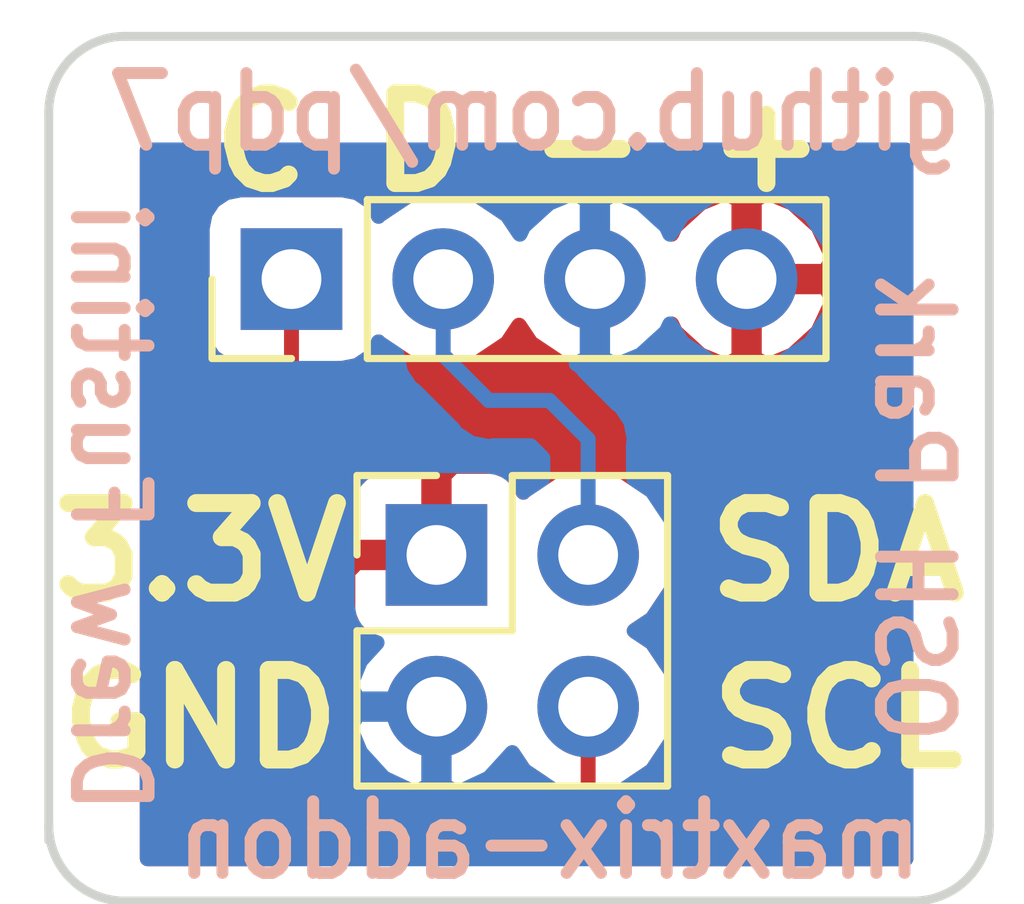
<source format=kicad_pcb>
(kicad_pcb (version 20171130) (host pcbnew 5.0.0-fee4fd1~65~ubuntu17.10.1)

  (general
    (thickness 1.6)
    (drawings 17)
    (tracks 10)
    (zones 0)
    (modules 2)
    (nets 5)
  )

  (page A4)
  (layers
    (0 F.Cu signal)
    (31 B.Cu signal)
    (32 B.Adhes user)
    (33 F.Adhes user)
    (34 B.Paste user)
    (35 F.Paste user)
    (36 B.SilkS user)
    (37 F.SilkS user)
    (38 B.Mask user)
    (39 F.Mask user)
    (40 Dwgs.User user)
    (41 Cmts.User user)
    (42 Eco1.User user)
    (43 Eco2.User user)
    (44 Edge.Cuts user)
    (45 Margin user)
    (46 B.CrtYd user)
    (47 F.CrtYd user)
    (48 B.Fab user)
    (49 F.Fab user)
  )

  (setup
    (last_trace_width 0.25)
    (trace_clearance 0.2)
    (zone_clearance 0.508)
    (zone_45_only no)
    (trace_min 0.2)
    (segment_width 0.2)
    (edge_width 0.15)
    (via_size 0.8)
    (via_drill 0.4)
    (via_min_size 0.4)
    (via_min_drill 0.3)
    (uvia_size 0.3)
    (uvia_drill 0.1)
    (uvias_allowed no)
    (uvia_min_size 0.2)
    (uvia_min_drill 0.1)
    (pcb_text_width 0.3)
    (pcb_text_size 1.5 1.5)
    (mod_edge_width 0.15)
    (mod_text_size 1 1)
    (mod_text_width 0.15)
    (pad_size 1.524 1.524)
    (pad_drill 0.762)
    (pad_to_mask_clearance 0.2)
    (aux_axis_origin 0 0)
    (visible_elements FFFFFF7F)
    (pcbplotparams
      (layerselection 0x010fc_ffffffff)
      (usegerberextensions false)
      (usegerberattributes false)
      (usegerberadvancedattributes false)
      (creategerberjobfile false)
      (excludeedgelayer true)
      (linewidth 0.100000)
      (plotframeref false)
      (viasonmask false)
      (mode 1)
      (useauxorigin false)
      (hpglpennumber 1)
      (hpglpenspeed 20)
      (hpglpendiameter 15.000000)
      (psnegative false)
      (psa4output false)
      (plotreference true)
      (plotvalue true)
      (plotinvisibletext false)
      (padsonsilk false)
      (subtractmaskfromsilk false)
      (outputformat 1)
      (mirror false)
      (drillshape 1)
      (scaleselection 1)
      (outputdirectory ""))
  )

  (net 0 "")
  (net 1 3.3V)
  (net 2 SDA)
  (net 3 GND)
  (net 4 SCL)

  (net_class Default "This is the default net class."
    (clearance 0.2)
    (trace_width 0.25)
    (via_dia 0.8)
    (via_drill 0.4)
    (uvia_dia 0.3)
    (uvia_drill 0.1)
    (add_net 3.3V)
    (add_net GND)
    (add_net SCL)
    (add_net SDA)
  )

  (module Connector_PinHeader_2.54mm:PinHeader_2x02_P2.54mm_Vertical (layer F.Cu) (tedit 5BCF5088) (tstamp 5BD12C50)
    (at 153.811001 103.425001)
    (descr "Through hole straight pin header, 2x02, 2.54mm pitch, double rows")
    (tags "Through hole pin header THT 2x02 2.54mm double row")
    (path /5BCF4DA8)
    (fp_text reference J1 (at 1.27 -2.33) (layer F.SilkS) hide
      (effects (font (size 1 1) (thickness 0.15)))
    )
    (fp_text value Conn_02x02_Odd_Even (at 1.27 4.87) (layer F.Fab)
      (effects (font (size 1 1) (thickness 0.15)))
    )
    (fp_line (start 0 -1.27) (end 3.81 -1.27) (layer F.Fab) (width 0.1))
    (fp_line (start 3.81 -1.27) (end 3.81 3.81) (layer F.Fab) (width 0.1))
    (fp_line (start 3.81 3.81) (end -1.27 3.81) (layer F.Fab) (width 0.1))
    (fp_line (start -1.27 3.81) (end -1.27 0) (layer F.Fab) (width 0.1))
    (fp_line (start -1.27 0) (end 0 -1.27) (layer F.Fab) (width 0.1))
    (fp_line (start -1.33 3.87) (end 3.87 3.87) (layer F.SilkS) (width 0.12))
    (fp_line (start -1.33 1.27) (end -1.33 3.87) (layer F.SilkS) (width 0.12))
    (fp_line (start 3.87 -1.33) (end 3.87 3.87) (layer F.SilkS) (width 0.12))
    (fp_line (start -1.33 1.27) (end 1.27 1.27) (layer F.SilkS) (width 0.12))
    (fp_line (start 1.27 1.27) (end 1.27 -1.33) (layer F.SilkS) (width 0.12))
    (fp_line (start 1.27 -1.33) (end 3.87 -1.33) (layer F.SilkS) (width 0.12))
    (fp_line (start -1.33 0) (end -1.33 -1.33) (layer F.SilkS) (width 0.12))
    (fp_line (start -1.33 -1.33) (end 0 -1.33) (layer F.SilkS) (width 0.12))
    (fp_line (start -1.8 -1.8) (end -1.8 4.35) (layer F.CrtYd) (width 0.05))
    (fp_line (start -1.8 4.35) (end 4.35 4.35) (layer F.CrtYd) (width 0.05))
    (fp_line (start 4.35 4.35) (end 4.35 -1.8) (layer F.CrtYd) (width 0.05))
    (fp_line (start 4.35 -1.8) (end -1.8 -1.8) (layer F.CrtYd) (width 0.05))
    (fp_text user %R (at 1.27 1.27 90) (layer F.Fab)
      (effects (font (size 1 1) (thickness 0.15)))
    )
    (pad 1 thru_hole rect (at 0 0) (size 1.7 1.7) (drill 1) (layers *.Cu *.Mask)
      (net 1 3.3V))
    (pad 2 thru_hole oval (at 2.54 0) (size 1.7 1.7) (drill 1) (layers *.Cu *.Mask)
      (net 2 SDA))
    (pad 3 thru_hole oval (at 0 2.54) (size 1.7 1.7) (drill 1) (layers *.Cu *.Mask)
      (net 3 GND))
    (pad 4 thru_hole oval (at 2.54 2.54) (size 1.7 1.7) (drill 1) (layers *.Cu *.Mask)
      (net 4 SCL))
    (model ${KISYS3DMOD}/Connector_PinHeader_2.54mm.3dshapes/PinHeader_2x02_P2.54mm_Vertical.wrl
      (at (xyz 0 0 0))
      (scale (xyz 1 1 1))
      (rotate (xyz 0 0 0))
    )
  )

  (module Connector_PinHeader_2.54mm:PinHeader_1x04_P2.54mm_Vertical (layer F.Cu) (tedit 5BCF507F) (tstamp 5BD12AA1)
    (at 151.384 98.806 90)
    (descr "Through hole straight pin header, 1x04, 2.54mm pitch, single row")
    (tags "Through hole pin header THT 1x04 2.54mm single row")
    (path /5BCF5059)
    (fp_text reference J2 (at 0 -2.33 90) (layer F.SilkS) hide
      (effects (font (size 1 1) (thickness 0.15)))
    )
    (fp_text value Conn_01x04 (at 0 9.95 90) (layer F.Fab)
      (effects (font (size 1 1) (thickness 0.15)))
    )
    (fp_line (start -0.635 -1.27) (end 1.27 -1.27) (layer F.Fab) (width 0.1))
    (fp_line (start 1.27 -1.27) (end 1.27 8.89) (layer F.Fab) (width 0.1))
    (fp_line (start 1.27 8.89) (end -1.27 8.89) (layer F.Fab) (width 0.1))
    (fp_line (start -1.27 8.89) (end -1.27 -0.635) (layer F.Fab) (width 0.1))
    (fp_line (start -1.27 -0.635) (end -0.635 -1.27) (layer F.Fab) (width 0.1))
    (fp_line (start -1.33 8.95) (end 1.33 8.95) (layer F.SilkS) (width 0.12))
    (fp_line (start -1.33 1.27) (end -1.33 8.95) (layer F.SilkS) (width 0.12))
    (fp_line (start 1.33 1.27) (end 1.33 8.95) (layer F.SilkS) (width 0.12))
    (fp_line (start -1.33 1.27) (end 1.33 1.27) (layer F.SilkS) (width 0.12))
    (fp_line (start -1.33 0) (end -1.33 -1.33) (layer F.SilkS) (width 0.12))
    (fp_line (start -1.33 -1.33) (end 0 -1.33) (layer F.SilkS) (width 0.12))
    (fp_line (start -1.8 -1.8) (end -1.8 9.4) (layer F.CrtYd) (width 0.05))
    (fp_line (start -1.8 9.4) (end 1.8 9.4) (layer F.CrtYd) (width 0.05))
    (fp_line (start 1.8 9.4) (end 1.8 -1.8) (layer F.CrtYd) (width 0.05))
    (fp_line (start 1.8 -1.8) (end -1.8 -1.8) (layer F.CrtYd) (width 0.05))
    (fp_text user %R (at 0 3.81 180) (layer F.Fab)
      (effects (font (size 1 1) (thickness 0.15)))
    )
    (pad 1 thru_hole rect (at 0 0 90) (size 1.7 1.7) (drill 1) (layers *.Cu *.Mask)
      (net 4 SCL))
    (pad 2 thru_hole oval (at 0 2.54 90) (size 1.7 1.7) (drill 1) (layers *.Cu *.Mask)
      (net 2 SDA))
    (pad 3 thru_hole oval (at 0 5.08 90) (size 1.7 1.7) (drill 1) (layers *.Cu *.Mask)
      (net 3 GND))
    (pad 4 thru_hole oval (at 0 7.62 90) (size 1.7 1.7) (drill 1) (layers *.Cu *.Mask)
      (net 1 3.3V))
    (model ${KISYS3DMOD}/Connector_PinHeader_2.54mm.3dshapes/PinHeader_1x04_P2.54mm_Vertical.wrl
      (at (xyz 0 0 0))
      (scale (xyz 1 1 1))
      (rotate (xyz 0 0 0))
    )
  )

  (gr_text "OSH Park" (at 161.798 102.616 270) (layer B.SilkS)
    (effects (font (size 1.2 1.1) (thickness 0.2)) (justify mirror))
  )
  (gr_text "Drew Fustini" (at 148.336 102.616 270) (layer B.SilkS)
    (effects (font (size 1.2 1.1) (thickness 0.2)) (justify mirror))
  )
  (gr_text maxtrix-addon (at 155.702 108.204) (layer B.SilkS) (tstamp 5BD12CC6)
    (effects (font (size 1.2 1.1) (thickness 0.2)) (justify mirror))
  )
  (gr_text github.com/pdp7 (at 155.448 96.012) (layer B.SilkS) (tstamp 5BD12CD0)
    (effects (font (size 1.2 1.1) (thickness 0.2)) (justify mirror))
  )
  (gr_line (start 148.59 109.22) (end 161.798 109.22) (layer Edge.Cuts) (width 0.15))
  (gr_line (start 148.59 94.742) (end 161.798 94.742) (layer Edge.Cuts) (width 0.15))
  (gr_line (start 147.32 96.012) (end 147.32 108.204) (layer Edge.Cuts) (width 0.15))
  (gr_line (start 163.068 96.012) (end 163.068 107.95) (layer Edge.Cuts) (width 0.15))
  (gr_arc (start 161.798 107.95) (end 161.798 109.22) (angle -90) (layer Edge.Cuts) (width 0.15) (tstamp 5BD12B48))
  (gr_arc (start 148.59 107.95) (end 147.32 107.95) (angle -90) (layer Edge.Cuts) (width 0.15) (tstamp 5BD12B44))
  (gr_arc (start 161.798 96.012) (end 163.068 96.012) (angle -90) (layer Edge.Cuts) (width 0.15) (tstamp 5BD12B38))
  (gr_arc (start 148.59 96.012) (end 148.59 94.742) (angle -90) (layer Edge.Cuts) (width 0.15))
  (gr_text "SDA\n" (at 160.528 103.378) (layer F.SilkS)
    (effects (font (size 1.5 1.5) (thickness 0.3)))
  )
  (gr_text "SCL\n" (at 160.528 106.172) (layer F.SilkS)
    (effects (font (size 1.5 1.5) (thickness 0.3)))
  )
  (gr_text "GND\n" (at 149.86 106.172) (layer F.SilkS)
    (effects (font (size 1.5 1.5) (thickness 0.3)))
  )
  (gr_text 3.3V (at 149.86 103.378) (layer F.SilkS)
    (effects (font (size 1.5 1.5) (thickness 0.3)))
  )
  (gr_text "C D - +" (at 155.194 96.52) (layer F.SilkS)
    (effects (font (size 1.5 1.5) (thickness 0.3)))
  )

  (segment (start 153.924 98.806) (end 153.924 100.076) (width 0.25) (layer B.Cu) (net 2))
  (segment (start 153.924 100.076) (end 154.686 100.838) (width 0.25) (layer B.Cu) (net 2))
  (segment (start 154.686 100.838) (end 155.702 100.838) (width 0.25) (layer B.Cu) (net 2))
  (segment (start 156.351001 101.487001) (end 156.351001 103.425001) (width 0.25) (layer B.Cu) (net 2))
  (segment (start 155.702 100.838) (end 156.351001 101.487001) (width 0.25) (layer B.Cu) (net 2))
  (segment (start 156.351001 107.554999) (end 156.351001 105.965001) (width 0.25) (layer F.Cu) (net 4))
  (segment (start 155.448 108.458) (end 156.351001 107.554999) (width 0.25) (layer F.Cu) (net 4))
  (segment (start 152.146 108.458) (end 155.448 108.458) (width 0.25) (layer F.Cu) (net 4))
  (segment (start 151.384 98.806) (end 151.384 107.696) (width 0.25) (layer F.Cu) (net 4))
  (segment (start 151.384 107.696) (end 152.146 108.458) (width 0.25) (layer F.Cu) (net 4))

  (zone (net 1) (net_name 3.3V) (layer F.Cu) (tstamp 5BD12CB5) (hatch edge 0.508)
    (connect_pads (clearance 0.508))
    (min_thickness 0.254)
    (fill yes (arc_segments 16) (thermal_gap 0.508) (thermal_bridge_width 0.508))
    (polygon
      (pts
        (xy 148.844 96.52) (xy 161.798 96.52) (xy 161.798 108.966) (xy 148.844 108.966)
      )
    )
    (filled_polygon
      (pts
        (xy 161.671 108.51) (xy 156.470802 108.51) (xy 156.835474 108.145328) (xy 156.89893 108.102928) (xy 157.066905 107.851536)
        (xy 157.111001 107.629851) (xy 157.111001 107.629847) (xy 157.125889 107.555) (xy 157.111001 107.480153) (xy 157.111001 107.243179)
        (xy 157.421626 107.035626) (xy 157.74984 106.544419) (xy 157.865093 105.965001) (xy 157.74984 105.385583) (xy 157.421626 104.894376)
        (xy 157.12324 104.695001) (xy 157.421626 104.495626) (xy 157.74984 104.004419) (xy 157.865093 103.425001) (xy 157.74984 102.845583)
        (xy 157.421626 102.354376) (xy 156.930419 102.026162) (xy 156.497257 101.940001) (xy 156.204745 101.940001) (xy 155.771583 102.026162)
        (xy 155.280376 102.354376) (xy 155.265905 102.376033) (xy 155.199328 102.215302) (xy 155.020699 102.036674) (xy 154.78731 101.940001)
        (xy 154.096751 101.940001) (xy 153.938001 102.098751) (xy 153.938001 103.298001) (xy 153.958001 103.298001) (xy 153.958001 103.552001)
        (xy 153.938001 103.552001) (xy 153.938001 103.572001) (xy 153.684001 103.572001) (xy 153.684001 103.552001) (xy 152.484751 103.552001)
        (xy 152.326001 103.710751) (xy 152.326001 104.401311) (xy 152.422674 104.6347) (xy 152.601303 104.813328) (xy 152.762034 104.879905)
        (xy 152.740376 104.894376) (xy 152.412162 105.385583) (xy 152.296909 105.965001) (xy 152.412162 106.544419) (xy 152.740376 107.035626)
        (xy 153.231583 107.36384) (xy 153.664745 107.450001) (xy 153.957257 107.450001) (xy 154.390419 107.36384) (xy 154.881626 107.035626)
        (xy 155.081001 106.73724) (xy 155.280376 107.035626) (xy 155.589214 107.241985) (xy 155.133199 107.698) (xy 152.460802 107.698)
        (xy 152.144 107.381199) (xy 152.144 102.448691) (xy 152.326001 102.448691) (xy 152.326001 103.139251) (xy 152.484751 103.298001)
        (xy 153.684001 103.298001) (xy 153.684001 102.098751) (xy 153.525251 101.940001) (xy 152.834692 101.940001) (xy 152.601303 102.036674)
        (xy 152.422674 102.215302) (xy 152.326001 102.448691) (xy 152.144 102.448691) (xy 152.144 100.30344) (xy 152.234 100.30344)
        (xy 152.481765 100.254157) (xy 152.691809 100.113809) (xy 152.832157 99.903765) (xy 152.841184 99.858381) (xy 152.853375 99.876625)
        (xy 153.344582 100.204839) (xy 153.777744 100.291) (xy 154.070256 100.291) (xy 154.503418 100.204839) (xy 154.994625 99.876625)
        (xy 155.194 99.578239) (xy 155.393375 99.876625) (xy 155.884582 100.204839) (xy 156.317744 100.291) (xy 156.610256 100.291)
        (xy 157.043418 100.204839) (xy 157.534625 99.876625) (xy 157.747843 99.557522) (xy 157.808817 99.687358) (xy 158.237076 100.077645)
        (xy 158.64711 100.247476) (xy 158.877 100.126155) (xy 158.877 98.933) (xy 159.131 98.933) (xy 159.131 100.126155)
        (xy 159.36089 100.247476) (xy 159.770924 100.077645) (xy 160.199183 99.687358) (xy 160.445486 99.162892) (xy 160.324819 98.933)
        (xy 159.131 98.933) (xy 158.877 98.933) (xy 158.857 98.933) (xy 158.857 98.679) (xy 158.877 98.679)
        (xy 158.877 97.485845) (xy 159.131 97.485845) (xy 159.131 98.679) (xy 160.324819 98.679) (xy 160.445486 98.449108)
        (xy 160.199183 97.924642) (xy 159.770924 97.534355) (xy 159.36089 97.364524) (xy 159.131 97.485845) (xy 158.877 97.485845)
        (xy 158.64711 97.364524) (xy 158.237076 97.534355) (xy 157.808817 97.924642) (xy 157.747843 98.054478) (xy 157.534625 97.735375)
        (xy 157.043418 97.407161) (xy 156.610256 97.321) (xy 156.317744 97.321) (xy 155.884582 97.407161) (xy 155.393375 97.735375)
        (xy 155.194 98.033761) (xy 154.994625 97.735375) (xy 154.503418 97.407161) (xy 154.070256 97.321) (xy 153.777744 97.321)
        (xy 153.344582 97.407161) (xy 152.853375 97.735375) (xy 152.841184 97.753619) (xy 152.832157 97.708235) (xy 152.691809 97.498191)
        (xy 152.481765 97.357843) (xy 152.234 97.30856) (xy 150.534 97.30856) (xy 150.286235 97.357843) (xy 150.076191 97.498191)
        (xy 149.935843 97.708235) (xy 149.88656 97.956) (xy 149.88656 99.656) (xy 149.935843 99.903765) (xy 150.076191 100.113809)
        (xy 150.286235 100.254157) (xy 150.534 100.30344) (xy 150.624 100.30344) (xy 150.624001 107.621148) (xy 150.609112 107.696)
        (xy 150.668097 107.992537) (xy 150.759026 108.128621) (xy 150.836072 108.243929) (xy 150.899528 108.286329) (xy 151.123199 108.51)
        (xy 148.971 108.51) (xy 148.971 96.647) (xy 161.671 96.647)
      )
    )
  )
  (zone (net 3) (net_name GND) (layer B.Cu) (tstamp 5BD12CB2) (hatch edge 0.508)
    (connect_pads (clearance 0.508))
    (min_thickness 0.254)
    (fill yes (arc_segments 16) (thermal_gap 0.508) (thermal_bridge_width 0.508))
    (polygon
      (pts
        (xy 148.844 96.52) (xy 161.798 96.52) (xy 161.798 108.966) (xy 148.844 108.966)
      )
    )
    (filled_polygon
      (pts
        (xy 161.671 108.51) (xy 148.971 108.51) (xy 148.971 106.321891) (xy 152.369525 106.321891) (xy 152.539356 106.731925)
        (xy 152.929643 107.160184) (xy 153.454109 107.406487) (xy 153.684001 107.28582) (xy 153.684001 106.092001) (xy 152.490846 106.092001)
        (xy 152.369525 106.321891) (xy 148.971 106.321891) (xy 148.971 97.956) (xy 149.88656 97.956) (xy 149.88656 99.656)
        (xy 149.935843 99.903765) (xy 150.076191 100.113809) (xy 150.286235 100.254157) (xy 150.534 100.30344) (xy 152.234 100.30344)
        (xy 152.481765 100.254157) (xy 152.691809 100.113809) (xy 152.832157 99.903765) (xy 152.841184 99.858381) (xy 152.853375 99.876625)
        (xy 153.149423 100.074438) (xy 153.149112 100.076) (xy 153.164001 100.150852) (xy 153.208097 100.372537) (xy 153.376072 100.623929)
        (xy 153.439528 100.666329) (xy 154.09567 101.322472) (xy 154.138071 101.385929) (xy 154.201527 101.428329) (xy 154.389462 101.553904)
        (xy 154.437605 101.56348) (xy 154.611148 101.598) (xy 154.611152 101.598) (xy 154.686 101.612888) (xy 154.760848 101.598)
        (xy 155.387199 101.598) (xy 155.591001 101.801803) (xy 155.591001 102.146823) (xy 155.280376 102.354376) (xy 155.268185 102.37262)
        (xy 155.259158 102.327236) (xy 155.11881 102.117192) (xy 154.908766 101.976844) (xy 154.661001 101.927561) (xy 152.961001 101.927561)
        (xy 152.713236 101.976844) (xy 152.503192 102.117192) (xy 152.362844 102.327236) (xy 152.313561 102.575001) (xy 152.313561 104.275001)
        (xy 152.362844 104.522766) (xy 152.503192 104.73281) (xy 152.713236 104.873158) (xy 152.816709 104.89374) (xy 152.539356 105.198077)
        (xy 152.369525 105.608111) (xy 152.490846 105.838001) (xy 153.684001 105.838001) (xy 153.684001 105.818001) (xy 153.938001 105.818001)
        (xy 153.938001 105.838001) (xy 153.958001 105.838001) (xy 153.958001 106.092001) (xy 153.938001 106.092001) (xy 153.938001 107.28582)
        (xy 154.167893 107.406487) (xy 154.692359 107.160184) (xy 155.079648 106.735215) (xy 155.280376 107.035626) (xy 155.771583 107.36384)
        (xy 156.204745 107.450001) (xy 156.497257 107.450001) (xy 156.930419 107.36384) (xy 157.421626 107.035626) (xy 157.74984 106.544419)
        (xy 157.865093 105.965001) (xy 157.74984 105.385583) (xy 157.421626 104.894376) (xy 157.12324 104.695001) (xy 157.421626 104.495626)
        (xy 157.74984 104.004419) (xy 157.865093 103.425001) (xy 157.74984 102.845583) (xy 157.421626 102.354376) (xy 157.111001 102.146823)
        (xy 157.111001 101.561847) (xy 157.125889 101.487) (xy 157.111001 101.412153) (xy 157.111001 101.412149) (xy 157.066905 101.190464)
        (xy 156.89893 100.939072) (xy 156.835474 100.896672) (xy 156.292331 100.35353) (xy 156.249929 100.290071) (xy 156.151289 100.224161)
        (xy 156.337 100.126155) (xy 156.337 98.933) (xy 156.317 98.933) (xy 156.317 98.679) (xy 156.337 98.679)
        (xy 156.337 97.485845) (xy 156.591 97.485845) (xy 156.591 98.679) (xy 156.611 98.679) (xy 156.611 98.933)
        (xy 156.591 98.933) (xy 156.591 100.126155) (xy 156.82089 100.247476) (xy 157.230924 100.077645) (xy 157.659183 99.687358)
        (xy 157.720157 99.557522) (xy 157.933375 99.876625) (xy 158.424582 100.204839) (xy 158.857744 100.291) (xy 159.150256 100.291)
        (xy 159.583418 100.204839) (xy 160.074625 99.876625) (xy 160.402839 99.385418) (xy 160.518092 98.806) (xy 160.402839 98.226582)
        (xy 160.074625 97.735375) (xy 159.583418 97.407161) (xy 159.150256 97.321) (xy 158.857744 97.321) (xy 158.424582 97.407161)
        (xy 157.933375 97.735375) (xy 157.720157 98.054478) (xy 157.659183 97.924642) (xy 157.230924 97.534355) (xy 156.82089 97.364524)
        (xy 156.591 97.485845) (xy 156.337 97.485845) (xy 156.10711 97.364524) (xy 155.697076 97.534355) (xy 155.268817 97.924642)
        (xy 155.207843 98.054478) (xy 154.994625 97.735375) (xy 154.503418 97.407161) (xy 154.070256 97.321) (xy 153.777744 97.321)
        (xy 153.344582 97.407161) (xy 152.853375 97.735375) (xy 152.841184 97.753619) (xy 152.832157 97.708235) (xy 152.691809 97.498191)
        (xy 152.481765 97.357843) (xy 152.234 97.30856) (xy 150.534 97.30856) (xy 150.286235 97.357843) (xy 150.076191 97.498191)
        (xy 149.935843 97.708235) (xy 149.88656 97.956) (xy 148.971 97.956) (xy 148.971 96.647) (xy 161.671 96.647)
      )
    )
  )
)

</source>
